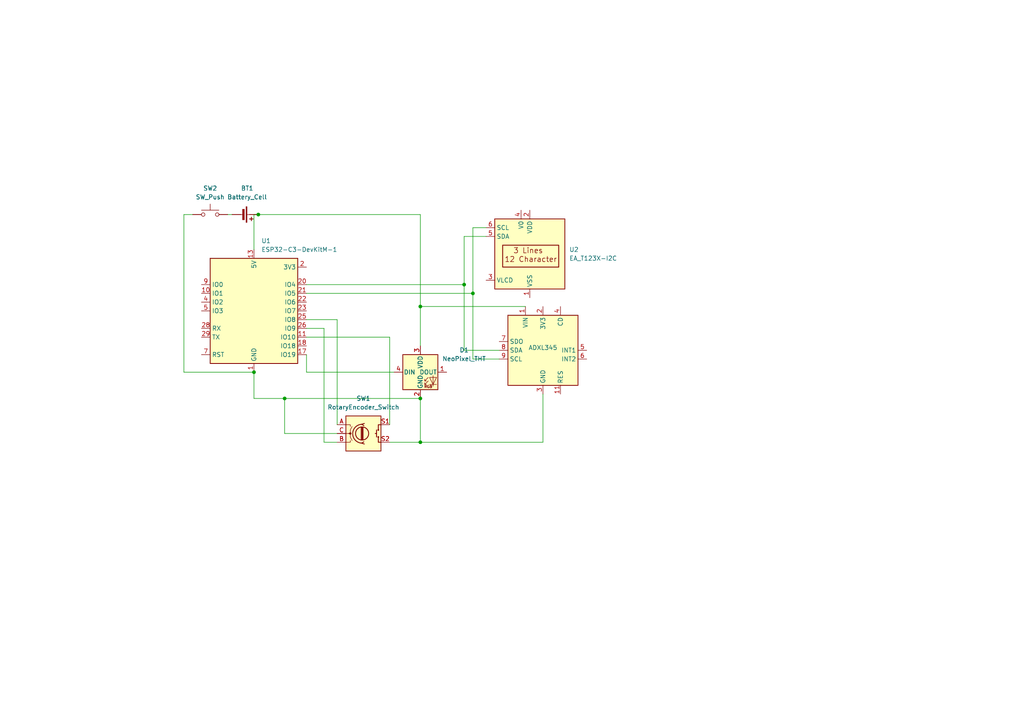
<source format=kicad_sch>
(kicad_sch (version 20250114) (generator "eeschema") (generator_version "9.0")
  (paper "A4")
  (lib_symbols
    (symbol "Device:Battery_Cell" (pin_numbers (hide yes)) (pin_names (offset 0) (hide yes))
      (property "Reference" "BT" (at 2.54 2.54 0))
      (property "Value" "Battery_Cell" (at 2.54 0 0))
      (symbol "Battery_Cell_0_1"
        (rectangle (start -2.286 1.778) (end 2.286 1.524) (fill (type outline)))
        (rectangle (start -1.524 1.016) (end 1.524 0.508) (fill (type outline)))
        (polyline (pts (xy 0 1.778) (xy 0 2.54)))
        (polyline (pts (xy 0 0.762) (xy 0 0)))
        (polyline (pts (xy 0.762 3.048) (xy 1.778 3.048)) (stroke (width 0.254)))
        (polyline (pts (xy 1.27 3.556) (xy 1.27 2.54)) (stroke (width 0.254)))
      )
      (symbol "Battery_Cell_1_1"
        (pin passive line (at 0 5.08 270) (length 2.54) (name "+") (number "1"))
        (pin passive line (at 0 -2.54 90) (length 2.54) (name "-") (number "2"))
      )
    )
    (symbol "Device:RotaryEncoder_Switch" (pin_names (offset 0.254) (hide yes))
      (property "Reference" "SW" (at 0 6.604 0))
      (property "Value" "RotaryEncoder_Switch" (at 0 -6.604 0))
      (symbol "RotaryEncoder_Switch_0_1"
        (rectangle (start -5.08 5.08) (end 5.08 -5.08) (stroke (width 0.254)) (fill (type background)))
        (polyline (pts (xy -5.08 2.54) (xy -3.81 2.54) (xy -3.81 2.032)))
        (polyline (pts (xy -5.08 0) (xy -3.81 0) (xy -3.81 -1.016) (xy -3.302 -2.032)))
        (polyline (pts (xy -5.08 -2.54) (xy -3.81 -2.54) (xy -3.81 -2.032)))
        (polyline (pts (xy -4.318 0) (xy -3.81 0) (xy -3.81 1.016) (xy -3.302 2.032)))
        (circle (center -3.81 0) (radius 0.254) (fill (type outline)))
        (polyline (pts (xy -0.635 -1.778) (xy -0.635 1.778)) (stroke (width 0.254)))
        (circle (center -0.381 0) (radius 1.905) (stroke (width 0.254)))
        (polyline (pts (xy -0.381 -1.778) (xy -0.381 1.778)) (stroke (width 0.254)))
        (arc (start -0.381 -2.794) (mid -3.0988 -0.0635) (end -0.381 2.667) (stroke (width 0.254)))
        (polyline (pts (xy -0.127 1.778) (xy -0.127 -1.778)) (stroke (width 0.254)))
        (polyline (pts (xy 0.254 2.921) (xy -0.508 2.667) (xy 0.127 2.286)) (stroke (width 0.254)))
        (polyline (pts (xy 0.254 -3.048) (xy -0.508 -2.794) (xy 0.127 -2.413)) (stroke (width 0.254)))
        (polyline (pts (xy 3.81 1.016) (xy 3.81 -1.016)) (stroke (width 0.254)))
        (polyline (pts (xy 3.81 0) (xy 3.429 0)) (stroke (width 0.254)))
        (circle (center 4.318 1.016) (radius 0.127) (stroke (width 0.254)))
        (circle (center 4.318 -1.016) (radius 0.127) (stroke (width 0.254)))
        (polyline (pts (xy 5.08 2.54) (xy 4.318 2.54) (xy 4.318 1.016)) (stroke (width 0.254)))
        (polyline (pts (xy 5.08 -2.54) (xy 4.318 -2.54) (xy 4.318 -1.016)) (stroke (width 0.254)))
      )
      (symbol "RotaryEncoder_Switch_1_1"
        (pin passive line (at -7.62 2.54 0) (length 2.54) (name "A") (number "A"))
        (pin passive line (at -7.62 0 0) (length 2.54) (name "C") (number "C"))
        (pin passive line (at -7.62 -2.54 0) (length 2.54) (name "B") (number "B"))
        (pin passive line (at 7.62 2.54 180) (length 2.54) (name "S1") (number "S1"))
        (pin passive line (at 7.62 -2.54 180) (length 2.54) (name "S2") (number "S2"))
      )
    )
    (symbol "Display_Character:EA_T123X-I2C"
      (property "Reference" "U" (at -8.89 11.43 0))
      (property "Value" "EA_T123X-I2C" (at 3.556 11.684 0))
      (symbol "EA_T123X-I2C_0_0"
        (rectangle (start -7.874 2.54) (end 8.382 -3.81) (stroke (width 0.254)))
        (text "12 Character" (at -7.366 -1.524 0) (effects (font (size 1.524 1.524)) (justify left)))
        (text "3 Lines" (at -4.826 1.016 0) (effects (font (size 1.524 1.524)) (justify left)))
      )
      (symbol "EA_T123X-I2C_0_1"
        (rectangle (start -10.16 10.16) (end 10.16 -10.16) (stroke (width 0.254)) (fill (type background)))
      )
      (symbol "EA_T123X-I2C_1_1"
        (pin input line (at -12.7 7.62 0) (length 2.54) (name "SCL") (number "6"))
        (pin bidirectional line (at -12.7 5.08 0) (length 2.54) (name "SDA") (number "5"))
        (pin input line (at -12.7 -7.62 0) (length 2.54) (name "VLCD") (number "3"))
        (pin power_in line (at -2.54 12.7 270) (length 2.54) (name "V0") (number "4"))
        (pin power_in line (at 0 12.7 270) (length 2.54) (name "VDD") (number "2"))
        (pin power_in line (at 0 -12.7 90) (length 2.54) (name "VSS") (number "1"))
      )
    )
    (symbol "LED:NeoPixel_THT" (pin_names (offset 0.254))
      (property "Reference" "D" (at 5.08 5.715 0))
      (property "Value" "NeoPixel_THT" (at 1.27 -5.715 0))
      (symbol "NeoPixel_THT_0_0"
        (text "RGB" (at 2.286 -4.191 0) (effects (font (size 0.762 0.762))))
      )
      (symbol "NeoPixel_THT_0_1"
        (polyline (pts (xy 1.27 -2.54) (xy 1.778 -2.54)))
        (polyline (pts (xy 1.27 -3.556) (xy 1.778 -3.556)))
        (polyline (pts (xy 2.286 -1.524) (xy 1.27 -2.54) (xy 1.27 -2.032)))
        (polyline (pts (xy 2.286 -2.54) (xy 1.27 -3.556) (xy 1.27 -3.048)))
        (polyline (pts (xy 3.683 -1.016) (xy 3.683 -3.556) (xy 3.683 -4.064)))
        (polyline (pts (xy 4.699 -1.524) (xy 2.667 -1.524) (xy 3.683 -3.556) (xy 4.699 -1.524)))
        (polyline (pts (xy 4.699 -3.556) (xy 2.667 -3.556)))
        (rectangle (start 5.08 5.08) (end -5.08 -5.08) (stroke (width 0.254)) (fill (type background)))
      )
      (symbol "NeoPixel_THT_1_1"
        (pin input line (at -7.62 0 0) (length 2.54) (name "DIN") (number "4"))
        (pin power_in line (at 0 7.62 270) (length 2.54) (name "VDD") (number "3"))
        (pin power_in line (at 0 -7.62 90) (length 2.54) (name "GND") (number "2"))
        (pin output line (at 7.62 0 180) (length 2.54) (name "DOUT") (number "1"))
      )
    )
    (symbol "RF_Module:ESP32-C3-DevKitM-1"
      (property "Reference" "U" (at 7.62 16.51 0))
      (property "Value" "ESP32-C3-DevKitM-1" (at 11.684 -16.764 0))
      (symbol "ESP32-C3-DevKitM-1_1_1"
        (rectangle (start -12.7 15.24) (end 12.7 -15.24) (stroke (width 0.254)) (fill (type background)))
        (pin bidirectional line (at -15.24 7.62 0) (length 2.54) (name "IO0") (number "9"))
        (pin bidirectional line (at -15.24 5.08 0) (length 2.54) (name "IO1") (number "10"))
        (pin bidirectional line (at -15.24 2.54 0) (length 2.54) (name "IO2") (number "4"))
        (pin bidirectional line (at -15.24 0 0) (length 2.54) (name "IO3") (number "5"))
        (pin input line (at -15.24 -5.08 0) (length 2.54) (name "RX") (number "28"))
        (pin output line (at -15.24 -7.62 0) (length 2.54) (name "TX") (number "29"))
        (pin input line (at -15.24 -12.7 0) (length 2.54) (name "RST") (number "7"))
        (pin passive line (at 0 17.78 270) (length 2.54) (name "5V") (number "13"))
        (pin passive line (at 0 17.78 270) (length 2.54) (hide yes) (name "5V") (number "14"))
        (pin power_in line (at 0 -17.78 90) (length 2.54) (name "GND") (number "1"))
        (pin passive line (at 0 -17.78 90) (length 2.54) (hide yes) (name "GND") (number "12"))
        (pin passive line (at 0 -17.78 90) (length 2.54) (hide yes) (name "GND") (number "15"))
        (pin passive line (at 0 -17.78 90) (length 2.54) (hide yes) (name "GND") (number "16"))
        (pin passive line (at 0 -17.78 90) (length 2.54) (hide yes) (name "GND") (number "19"))
        (pin passive line (at 0 -17.78 90) (length 2.54) (hide yes) (name "GND") (number "24"))
        (pin passive line (at 0 -17.78 90) (length 2.54) (hide yes) (name "GND") (number "27"))
        (pin passive line (at 0 -17.78 90) (length 2.54) (hide yes) (name "GND") (number "30"))
        (pin passive line (at 0 -17.78 90) (length 2.54) (hide yes) (name "GND") (number "6"))
        (pin passive line (at 0 -17.78 90) (length 2.54) (hide yes) (name "GND") (number "8"))
        (pin power_out line (at 15.24 12.7 180) (length 2.54) (name "3V3") (number "2"))
        (pin passive line (at 15.24 12.7 180) (length 2.54) (hide yes) (name "3V3") (number "3"))
        (pin bidirectional line (at 15.24 7.62 180) (length 2.54) (name "IO4") (number "20"))
        (pin bidirectional line (at 15.24 5.08 180) (length 2.54) (name "IO5") (number "21"))
        (pin bidirectional line (at 15.24 2.54 180) (length 2.54) (name "IO6") (number "22"))
        (pin bidirectional line (at 15.24 0 180) (length 2.54) (name "IO7") (number "23"))
        (pin bidirectional line (at 15.24 -2.54 180) (length 2.54) (name "IO8") (number "25"))
        (pin bidirectional line (at 15.24 -5.08 180) (length 2.54) (name "IO9") (number "26"))
        (pin bidirectional line (at 15.24 -7.62 180) (length 2.54) (name "IO10") (number "11"))
        (pin bidirectional line (at 15.24 -10.16 180) (length 2.54) (name "IO18") (number "18"))
        (pin bidirectional line (at 15.24 -12.7 180) (length 2.54) (name "IO19") (number "17"))
      )
    )
    (symbol "Sensor_Motion:ADXL343"
      (property "Value" "ADXL345" (at 0 0.762 0))
      (symbol "ADXL343_0_1"
        (rectangle (start -10.16 10.16) (end 10.16 -10.16) (stroke (width 0.254)) (fill (type background)))
      )
      (symbol "ADXL343_1_1"
        (pin bidirectional line (at -12.7 2.54 0) (length 2.54) (name "SDO") (number "7"))
        (pin bidirectional line (at -12.7 0 0) (length 2.54) (name "SDA") (number "8"))
        (pin input line (at -12.7 -2.54 0) (length 2.54) (name "SCL") (number "9"))
        (pin passive line (at -5.08 12.7 270) (length 2.54) (name "VIN") (number "1"))
        (pin no_connect line (at -5.08 -10.16 90) (length 2.54) (hide yes) (name "NC") (number "10"))
        (pin power_in line (at 0 12.7 270) (length 2.54) (name "3V3") (number "2"))
        (pin power_in line (at 0 -12.7 90) (length 2.54) (name "GND") (number "3"))
        (pin passive line (at 0 -12.7 90) (length 2.54) (hide yes) (name "GND") (number "4"))
        (pin passive line (at 0 -12.7 90) (length 2.54) (hide yes) (name "GND") (number "5"))
        (pin power_in line (at 5.08 12.7 270) (length 2.54) (name "CD") (number "4"))
        (pin passive line (at 5.08 -12.7 90) (length 2.54) (name "RES") (number "11"))
        (pin output line (at 12.7 0 180) (length 2.54) (name "INT1") (number "5"))
        (pin output line (at 12.7 -2.54 180) (length 2.54) (name "INT2") (number "6"))
      )
    )
    (symbol "Switch:SW_Push" (pin_numbers (hide yes)) (pin_names (offset 1.016) (hide yes))
      (property "Reference" "SW" (at 1.27 2.54 0))
      (property "Value" "SW_Push" (at 0 -1.524 0))
      (symbol "SW_Push_0_1"
        (circle (center -2.032 0) (radius 0.508))
        (polyline (pts (xy 0 1.27) (xy 0 3.048)))
        (circle (center 2.032 0) (radius 0.508))
        (polyline (pts (xy 2.54 1.27) (xy -2.54 1.27)))
        (pin passive line (at -5.08 0 0) (length 2.54) (name "1") (number "1"))
        (pin passive line (at 5.08 0 180) (length 2.54) (name "2") (number "2"))
      )
    )
  )
  (junction (at 134.62 82.55))
  (junction (at 121.92 128.27))
  (junction (at 121.92 88.9))
  (junction (at 73.66 107.95))
  (junction (at 121.92 115.57))
  (junction (at 74.93 62.23))
  (junction (at 82.55 115.57))
  (junction (at 137.16 85.09))
  (wire (pts (xy 114.3 107.95) (xy 88.9 107.95)))
  (wire (pts (xy 74.93 62.23) (xy 121.92 62.23)))
  (wire (pts (xy 97.79 123.19) (xy 97.79 92.71)))
  (wire (pts (xy 137.16 66.04) (xy 137.16 85.09)))
  (wire (pts (xy 121.92 88.9) (xy 152.4 88.9)))
  (wire (pts (xy 137.16 104.14) (xy 137.16 85.09)))
  (wire (pts (xy 88.9 97.79) (xy 113.03 97.79)))
  (wire (pts (xy 97.79 92.71) (xy 88.9 92.71)))
  (wire (pts (xy 66.04 62.23) (xy 67.31 62.23)))
  (wire (pts (xy 144.78 104.14) (xy 137.16 104.14)))
  (wire (pts (xy 121.92 100.33) (xy 121.92 88.9)))
  (wire (pts (xy 157.48 128.27) (xy 121.92 128.27)))
  (wire (pts (xy 113.03 128.27) (xy 121.92 128.27)))
  (wire (pts (xy 134.62 68.58) (xy 134.62 82.55)))
  (wire (pts (xy 93.98 128.27) (xy 93.98 95.25)))
  (wire (pts (xy 73.66 62.23) (xy 74.93 62.23)))
  (wire (pts (xy 88.9 107.95) (xy 88.9 102.87)))
  (wire (pts (xy 73.66 62.23) (xy 73.66 72.39)))
  (wire (pts (xy 73.66 115.57) (xy 82.55 115.57)))
  (wire (pts (xy 134.62 101.6) (xy 134.62 82.55)))
  (wire (pts (xy 157.48 114.3) (xy 157.48 128.27)))
  (wire (pts (xy 73.66 115.57) (xy 73.66 107.95)))
  (wire (pts (xy 82.55 115.57) (xy 121.92 115.57)))
  (wire (pts (xy 97.79 128.27) (xy 93.98 128.27)))
  (wire (pts (xy 144.78 101.6) (xy 134.62 101.6)))
  (wire (pts (xy 82.55 125.73) (xy 82.55 115.57)))
  (wire (pts (xy 137.16 85.09) (xy 88.9 85.09)))
  (wire (pts (xy 53.34 107.95) (xy 73.66 107.95)))
  (wire (pts (xy 88.9 82.55) (xy 134.62 82.55)))
  (wire (pts (xy 97.79 125.73) (xy 82.55 125.73)))
  (wire (pts (xy 137.16 66.04) (xy 140.97 66.04)))
  (wire (pts (xy 121.92 88.9) (xy 121.92 62.23)))
  (wire (pts (xy 53.34 62.23) (xy 55.88 62.23)))
  (wire (pts (xy 113.03 123.19) (xy 113.03 97.79)))
  (wire (pts (xy 134.62 68.58) (xy 140.97 68.58)))
  (wire (pts (xy 121.92 128.27) (xy 121.92 115.57)))
  (wire (pts (xy 93.98 95.25) (xy 88.9 95.25)))
  (wire (pts (xy 53.34 62.23) (xy 53.34 107.95)))
  (symbol (lib_id "Sensor_Motion:ADXL343") (at 157.48 101.6 0) (unit 1)
    (property "Reference" "U3" (effects (hide yes)))
    (property "Value" "ADXL345" (at 157.48 100.838 0))
    (property "Footprint" "Package_LGA:LGA-14_3x5mm_P0.8mm_LayoutBorder1x6y" (effects (hide yes)))
    (property "Datasheet" "https://www.analog.com/media/en/technical-documentation/data-sheets/ADXL343.pdf" (effects (hide yes)))
    (property "Description" "3-Axis MEMS Accelerometer, 2/4/8/16g range, I2C/SPI, LGA-14" (effects (hide yes)))
  )
  (symbol (lib_id "LED:NeoPixel_THT") (at 121.92 107.95 0) (unit 1)
    (property "Reference" "D1" (at 134.62 101.5298 0))
    (property "Value" "NeoPixel_THT" (at 134.62 104.0698 0))
    (property "Datasheet" "https://www.adafruit.com/product/1938" (effects (hide yes)))
    (property "Description" "RGB LED with integrated controller, 5mm/8mm LED package" (effects (hide yes)))
  )
  (symbol (lib_id "Display_Character:EA_T123X-I2C") (at 153.67 73.66 0) (unit 1)
    (property "Reference" "U2" (at 165.1 72.3899 0) (effects (justify left)))
    (property "Value" "EA_T123X-I2C" (at 165.1 74.9299 0) (effects (justify left)))
    (property "Footprint" "Display:EA_T123X-I2C" (effects (hide yes)))
    (property "Datasheet" "http://www.lcd-module.de/pdf/doma/t123-i2c.pdf" (effects (hide yes)))
    (property "Description" "3 Lines, 12 character alpha numeric LCD, transreflective STN and FSTN Gray, I2C, single or dual power" (effects (hide yes)))
  )
  (symbol (lib_id "RF_Module:ESP32-C3-DevKitM-1") (at 73.66 90.17 0) (unit 1)
    (property "Reference" "U1" (at 75.8033 69.85 0) (effects (justify left)))
    (property "Value" "ESP32-C3-DevKitM-1" (at 75.8033 72.39 0) (effects (justify left)))
    (property "Footprint" "RF_Module:ESP32-C3-DevKitM-1" (effects (hide yes)))
    (property "Datasheet" "https://docs.espressif.com/projects/esp-idf/en/latest/esp32c3/hw-reference/esp32c3/user-guide-devkitm-1.html" (effects (hide yes)))
    (property "Description" "Development board featuring ESP32-C3-MINI-1 module" (effects (hide yes)))
  )
  (symbol (lib_id "Switch:SW_Push") (at 60.96 62.23 0) (unit 1)
    (property "Reference" "SW2" (at 60.96 54.61 0))
    (property "Value" "SW_Push" (at 60.96 57.15 0))
    (property "Description" "Push button switch, generic, two pins" (effects (hide yes)))
  )
  (symbol (lib_id "Device:RotaryEncoder_Switch") (at 105.41 125.73 0) (unit 1)
    (property "Reference" "SW1" (at 105.41 115.57 0))
    (property "Value" "RotaryEncoder_Switch" (at 105.41 118.11 0))
    (property "Description" "Rotary encoder, dual channel, incremental quadrate outputs, with switch" (effects (hide yes)))
  )
  (symbol (lib_id "Device:Battery_Cell") (at 69.85 62.23 270) (unit 1)
    (property "Reference" "BT1" (at 71.6915 54.61 90))
    (property "Value" "Battery_Cell" (at 71.6915 57.15 90))
    (property "Description" "Single-cell battery" (effects (hide yes)))
  )
)
</source>
